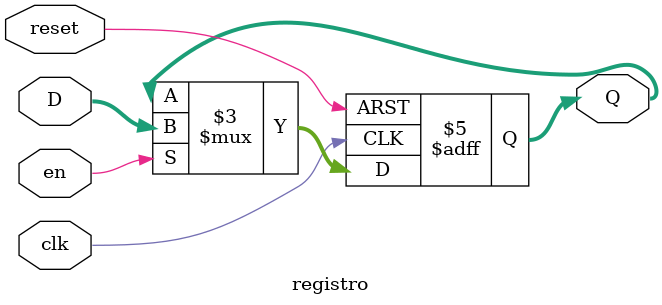
<source format=sv>
`timescale 1ns / 1ps


module registro #(parameter in_lenght=8)        //podemos variamos la cantidad de bits
(    
    input logic clk,en,reset,
    input logic [in_lenght-1:0]D,
    output logic [in_lenght-1:0]Q
    );
    always_ff@(posedge clk, negedge reset)      //reset asincrónico invertido CPU_RESETN
        if          (reset==1'b0) Q <= 'b0;
        else if     (en)    Q <= D;             // EN(button) => D pasa a Q
        
endmodule
</source>
